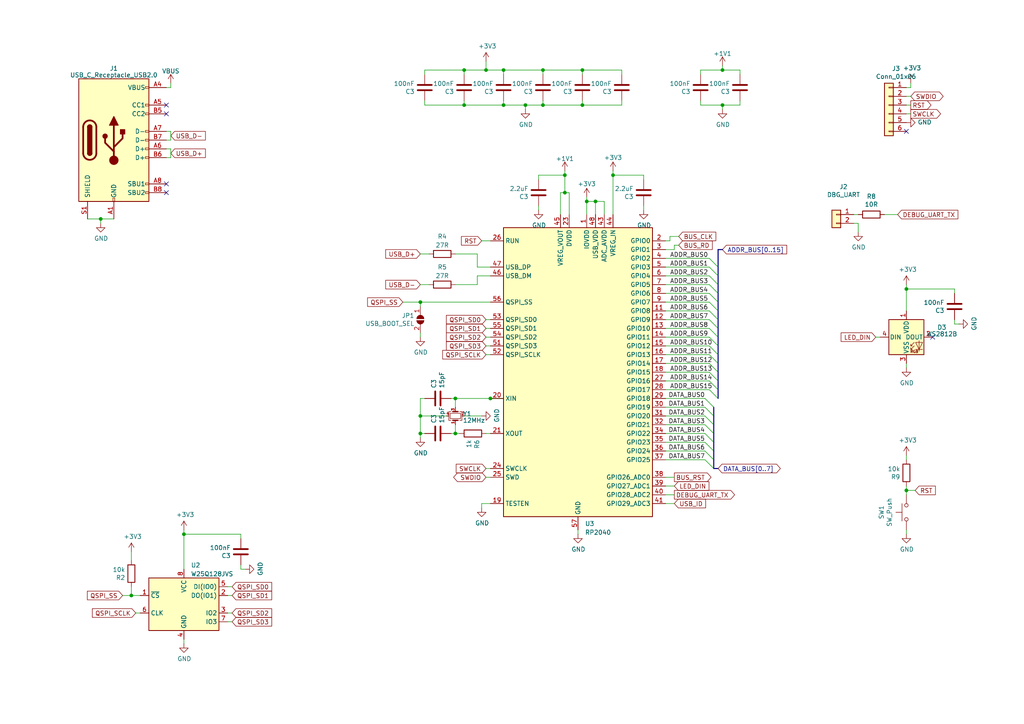
<source format=kicad_sch>
(kicad_sch (version 20230121) (generator eeschema)
  (paper "A4")
  (lib_symbols
    (symbol "Connector:USB_C_Receptacle_USB2.0" (pin_names (offset 1.016))
      (property "Reference" "J" (at -10.16 19.05 0))
      (property "Value" "USB_C_Receptacle_USB2.0" (at 19.05 19.05 0))
      (symbol "USB_C_Receptacle_USB2.0_0_0"
        (rectangle (start -0.254 -17.78) (end 0.254 -16.764))
        (rectangle (start 10.16 -14.986) (end 9.144 -15.494))
        (rectangle (start 10.16 -12.446) (end 9.144 -12.954))
        (rectangle (start 10.16 -4.826) (end 9.144 -5.334))
        (rectangle (start 10.16 -2.286) (end 9.144 -2.794))
        (rectangle (start 10.16 0.254) (end 9.144 -0.254))
        (rectangle (start 10.16 2.794) (end 9.144 2.286))
        (rectangle (start 10.16 7.874) (end 9.144 7.366))
        (rectangle (start 10.16 10.414) (end 9.144 9.906))
        (rectangle (start 10.16 15.494) (end 9.144 14.986))
      )
      (symbol "USB_C_Receptacle_USB2.0_0_1"
        (rectangle (start -10.16 17.78) (end 10.16 -17.78) (stroke (width 0.254)) (fill (type background)))
        (arc (start -8.89 -3.81) (mid -6.985 -5.7067) (end -5.08 -3.81) (stroke (width 0.508)))
        (arc (start -7.62 -3.81) (mid -6.985 -4.4423) (end -6.35 -3.81) (stroke (width 0.254)))
        (arc (start -7.62 -3.81) (mid -6.985 -4.4423) (end -6.35 -3.81) (stroke (width 0.254)) (fill (type outline)))
        (rectangle (start -7.62 -3.81) (end -6.35 3.81) (stroke (width 0.254)) (fill (type outline)))
        (arc (start -6.35 3.81) (mid -6.985 4.4423) (end -7.62 3.81) (stroke (width 0.254)))
        (arc (start -6.35 3.81) (mid -6.985 4.4423) (end -7.62 3.81) (stroke (width 0.254)) (fill (type outline)))
        (arc (start -5.08 3.81) (mid -6.985 5.7067) (end -8.89 3.81) (stroke (width 0.508)))
        (circle (center -2.54 1.143) (radius 0.635) (stroke (width 0.254)) (fill (type outline)))
        (circle (center 0 -5.842) (radius 1.27) (fill (type outline)))
        (polyline (pts (xy -8.89 -3.81) (xy -8.89 3.81)) (stroke (width 0.508)))
        (polyline (pts (xy -5.08 3.81) (xy -5.08 -3.81)) (stroke (width 0.508)))
        (polyline (pts (xy 0 -5.842) (xy 0 4.318)) (stroke (width 0.508)))
        (polyline (pts (xy 0 -3.302) (xy -2.54 -0.762) (xy -2.54 0.508)) (stroke (width 0.508)))
        (polyline (pts (xy 0 -2.032) (xy 2.54 0.508) (xy 2.54 1.778)) (stroke (width 0.508)))
        (polyline (pts (xy -1.27 4.318) (xy 0 6.858) (xy 1.27 4.318) (xy -1.27 4.318)) (stroke (width 0.254)) (fill (type outline)))
        (rectangle (start 1.905 1.778) (end 3.175 3.048) (stroke (width 0.254)) (fill (type outline)))
      )
      (symbol "USB_C_Receptacle_USB2.0_1_1"
        (pin passive line (at 0 -22.86 90) (length 5.08) (name "GND") (number "A1"))
        (pin passive line (at 0 -22.86 90) (length 5.08) hide (name "GND") (number "A12"))
        (pin passive line (at 15.24 15.24 180) (length 5.08) (name "VBUS") (number "A4"))
        (pin bidirectional line (at 15.24 10.16 180) (length 5.08) (name "CC1") (number "A5"))
        (pin bidirectional line (at 15.24 -2.54 180) (length 5.08) (name "D+") (number "A6"))
        (pin bidirectional line (at 15.24 2.54 180) (length 5.08) (name "D-") (number "A7"))
        (pin bidirectional line (at 15.24 -12.7 180) (length 5.08) (name "SBU1") (number "A8"))
        (pin passive line (at 15.24 15.24 180) (length 5.08) hide (name "VBUS") (number "A9"))
        (pin passive line (at 0 -22.86 90) (length 5.08) hide (name "GND") (number "B1"))
        (pin passive line (at 0 -22.86 90) (length 5.08) hide (name "GND") (number "B12"))
        (pin passive line (at 15.24 15.24 180) (length 5.08) hide (name "VBUS") (number "B4"))
        (pin bidirectional line (at 15.24 7.62 180) (length 5.08) (name "CC2") (number "B5"))
        (pin bidirectional line (at 15.24 -5.08 180) (length 5.08) (name "D+") (number "B6"))
        (pin bidirectional line (at 15.24 0 180) (length 5.08) (name "D-") (number "B7"))
        (pin bidirectional line (at 15.24 -15.24 180) (length 5.08) (name "SBU2") (number "B8"))
        (pin passive line (at 15.24 15.24 180) (length 5.08) hide (name "VBUS") (number "B9"))
        (pin passive line (at -7.62 -22.86 90) (length 5.08) (name "SHIELD") (number "S1"))
      )
    )
    (symbol "Connector_Generic:Conn_01x02" (pin_names (offset 1.016) hide)
      (property "Reference" "J" (at 0 2.54 0))
      (property "Value" "Conn_01x02" (at 0 -5.08 0))
      (symbol "Conn_01x02_1_1"
        (rectangle (start -1.27 -2.413) (end 0 -2.667) (stroke (width 0.1524)))
        (rectangle (start -1.27 0.127) (end 0 -0.127) (stroke (width 0.1524)))
        (rectangle (start -1.27 1.27) (end 1.27 -3.81) (stroke (width 0.254)) (fill (type background)))
        (pin passive line (at -5.08 0 0) (length 3.81) (name "Pin_1") (number "1"))
        (pin passive line (at -5.08 -2.54 0) (length 3.81) (name "Pin_2") (number "2"))
      )
    )
    (symbol "Connector_Generic:Conn_01x06" (pin_names (offset 1.016) hide)
      (property "Reference" "J" (at 0 7.62 0))
      (property "Value" "Conn_01x06" (at 0 -10.16 0))
      (symbol "Conn_01x06_1_1"
        (rectangle (start -1.27 -7.493) (end 0 -7.747) (stroke (width 0.1524)))
        (rectangle (start -1.27 -4.953) (end 0 -5.207) (stroke (width 0.1524)))
        (rectangle (start -1.27 -2.413) (end 0 -2.667) (stroke (width 0.1524)))
        (rectangle (start -1.27 0.127) (end 0 -0.127) (stroke (width 0.1524)))
        (rectangle (start -1.27 2.667) (end 0 2.413) (stroke (width 0.1524)))
        (rectangle (start -1.27 5.207) (end 0 4.953) (stroke (width 0.1524)))
        (rectangle (start -1.27 6.35) (end 1.27 -8.89) (stroke (width 0.254)) (fill (type background)))
        (pin passive line (at -5.08 5.08 0) (length 3.81) (name "Pin_1") (number "1"))
        (pin passive line (at -5.08 2.54 0) (length 3.81) (name "Pin_2") (number "2"))
        (pin passive line (at -5.08 0 0) (length 3.81) (name "Pin_3") (number "3"))
        (pin passive line (at -5.08 -2.54 0) (length 3.81) (name "Pin_4") (number "4"))
        (pin passive line (at -5.08 -5.08 0) (length 3.81) (name "Pin_5") (number "5"))
        (pin passive line (at -5.08 -7.62 0) (length 3.81) (name "Pin_6") (number "6"))
      )
    )
    (symbol "Device:C" (pin_numbers hide) (pin_names (offset 0.254))
      (property "Reference" "C" (at 0.635 2.54 0))
      (property "Value" "C" (at 0.635 -2.54 0))
      (symbol "C_0_1"
        (polyline (pts (xy -2.032 -0.762) (xy 2.032 -0.762)) (stroke (width 0.508)))
        (polyline (pts (xy -2.032 0.762) (xy 2.032 0.762)) (stroke (width 0.508)))
      )
      (symbol "C_1_1"
        (pin passive line (at 0 3.81 270) (length 2.794) (name "~") (number "1"))
        (pin passive line (at 0 -3.81 90) (length 2.794) (name "~") (number "2"))
      )
    )
    (symbol "Device:Crystal_GND24_Small" (pin_names (offset 1.016) hide)
      (property "Reference" "Y" (at 1.27 4.445 0))
      (property "Value" "Crystal_GND24_Small" (at 1.27 2.54 0))
      (symbol "Crystal_GND24_Small_0_1"
        (rectangle (start -0.762 -1.524) (end 0.762 1.524))
        (polyline (pts (xy -1.27 -0.762) (xy -1.27 0.762)) (stroke (width 0.381)))
        (polyline (pts (xy 1.27 -0.762) (xy 1.27 0.762)) (stroke (width 0.381)))
        (polyline (pts (xy -1.27 -1.27) (xy -1.27 -1.905) (xy 1.27 -1.905) (xy 1.27 -1.27)))
        (polyline (pts (xy -1.27 1.27) (xy -1.27 1.905) (xy 1.27 1.905) (xy 1.27 1.27)))
      )
      (symbol "Crystal_GND24_Small_1_1"
        (pin passive line (at -2.54 0 0) (length 1.27) (name "1") (number "1"))
        (pin passive line (at 0 -2.54 90) (length 0.635) (name "2") (number "2"))
        (pin passive line (at 2.54 0 180) (length 1.27) (name "3") (number "3"))
        (pin passive line (at 0 2.54 270) (length 0.635) (name "4") (number "4"))
      )
    )
    (symbol "Device:R" (pin_numbers hide) (pin_names (offset 0))
      (property "Reference" "R" (at 2.032 0 90))
      (property "Value" "R" (at 0 0 90))
      (symbol "R_0_1"
        (rectangle (start -1.016 -2.54) (end 1.016 2.54) (stroke (width 0.254)))
      )
      (symbol "R_1_1"
        (pin passive line (at 0 3.81 270) (length 1.27) (name "~") (number "1"))
        (pin passive line (at 0 -3.81 90) (length 1.27) (name "~") (number "2"))
      )
    )
    (symbol "Jumper:SolderJumper_2_Open" (pin_names (offset 0) hide)
      (property "Reference" "JP" (at 0 2.032 0))
      (property "Value" "SolderJumper_2_Open" (at 0 -2.54 0))
      (symbol "SolderJumper_2_Open_0_1"
        (arc (start -0.254 1.016) (mid -1.2656 0) (end -0.254 -1.016))
        (arc (start -0.254 1.016) (mid -1.2656 0) (end -0.254 -1.016) (fill (type outline)))
        (polyline (pts (xy -0.254 1.016) (xy -0.254 -1.016)))
        (polyline (pts (xy 0.254 1.016) (xy 0.254 -1.016)))
        (arc (start 0.254 -1.016) (mid 1.2656 0) (end 0.254 1.016))
        (arc (start 0.254 -1.016) (mid 1.2656 0) (end 0.254 1.016) (fill (type outline)))
      )
      (symbol "SolderJumper_2_Open_1_1"
        (pin passive line (at -3.81 0 0) (length 2.54) (name "A") (number "1"))
        (pin passive line (at 3.81 0 180) (length 2.54) (name "B") (number "2"))
      )
    )
    (symbol "LED:WS2812B" (pin_names (offset 0.254))
      (property "Reference" "D" (at 5.08 5.715 0))
      (property "Value" "WS2812B" (at 1.27 -5.715 0))
      (symbol "WS2812B_0_0"
        (text "RGB" (at 2.286 -4.191 0) (effects (font (size 0.762 0.762))))
      )
      (symbol "WS2812B_0_1"
        (polyline (pts (xy 1.27 -3.556) (xy 1.778 -3.556)))
        (polyline (pts (xy 1.27 -2.54) (xy 1.778 -2.54)))
        (polyline (pts (xy 4.699 -3.556) (xy 2.667 -3.556)))
        (polyline (pts (xy 2.286 -2.54) (xy 1.27 -3.556) (xy 1.27 -3.048)))
        (polyline (pts (xy 2.286 -1.524) (xy 1.27 -2.54) (xy 1.27 -2.032)))
        (polyline (pts (xy 3.683 -1.016) (xy 3.683 -3.556) (xy 3.683 -4.064)))
        (polyline (pts (xy 4.699 -1.524) (xy 2.667 -1.524) (xy 3.683 -3.556) (xy 4.699 -1.524)))
        (rectangle (start 5.08 5.08) (end -5.08 -5.08) (stroke (width 0.254)) (fill (type background)))
      )
      (symbol "WS2812B_1_1"
        (pin power_in line (at 0 7.62 270) (length 2.54) (name "VDD") (number "1"))
        (pin output line (at 7.62 0 180) (length 2.54) (name "DOUT") (number "2"))
        (pin power_in line (at 0 -7.62 90) (length 2.54) (name "VSS") (number "3"))
        (pin input line (at -7.62 0 0) (length 2.54) (name "DIN") (number "4"))
      )
    )
    (symbol "MCU_RaspberryPi:RP2040"
      (property "Reference" "U" (at 17.78 45.72 0))
      (property "Value" "RP2040" (at 17.78 43.18 0))
      (symbol "RP2040_0_1"
        (rectangle (start -21.59 41.91) (end 21.59 -41.91) (stroke (width 0.254)) (fill (type background)))
      )
      (symbol "RP2040_1_1"
        (pin power_in line (at 2.54 45.72 270) (length 3.81) (name "IOVDD") (number "1"))
        (pin passive line (at 2.54 45.72 270) (length 3.81) hide (name "IOVDD") (number "10"))
        (pin bidirectional line (at 25.4 17.78 180) (length 3.81) (name "GPIO8") (number "11"))
        (pin bidirectional line (at 25.4 15.24 180) (length 3.81) (name "GPIO9") (number "12"))
        (pin bidirectional line (at 25.4 12.7 180) (length 3.81) (name "GPIO10") (number "13"))
        (pin bidirectional line (at 25.4 10.16 180) (length 3.81) (name "GPIO11") (number "14"))
        (pin bidirectional line (at 25.4 7.62 180) (length 3.81) (name "GPIO12") (number "15"))
        (pin bidirectional line (at 25.4 5.08 180) (length 3.81) (name "GPIO13") (number "16"))
        (pin bidirectional line (at 25.4 2.54 180) (length 3.81) (name "GPIO14") (number "17"))
        (pin bidirectional line (at 25.4 0 180) (length 3.81) (name "GPIO15") (number "18"))
        (pin input line (at -25.4 -38.1 0) (length 3.81) (name "TESTEN") (number "19"))
        (pin bidirectional line (at 25.4 38.1 180) (length 3.81) (name "GPIO0") (number "2"))
        (pin input line (at -25.4 -7.62 0) (length 3.81) (name "XIN") (number "20"))
        (pin passive line (at -25.4 -17.78 0) (length 3.81) (name "XOUT") (number "21"))
        (pin passive line (at 2.54 45.72 270) (length 3.81) hide (name "IOVDD") (number "22"))
        (pin power_in line (at -2.54 45.72 270) (length 3.81) (name "DVDD") (number "23"))
        (pin output line (at -25.4 -27.94 0) (length 3.81) (name "SWCLK") (number "24"))
        (pin bidirectional line (at -25.4 -30.48 0) (length 3.81) (name "SWD") (number "25"))
        (pin input line (at -25.4 38.1 0) (length 3.81) (name "RUN") (number "26"))
        (pin bidirectional line (at 25.4 -2.54 180) (length 3.81) (name "GPIO16") (number "27"))
        (pin bidirectional line (at 25.4 -5.08 180) (length 3.81) (name "GPIO17") (number "28"))
        (pin bidirectional line (at 25.4 -7.62 180) (length 3.81) (name "GPIO18") (number "29"))
        (pin bidirectional line (at 25.4 35.56 180) (length 3.81) (name "GPIO1") (number "3"))
        (pin bidirectional line (at 25.4 -10.16 180) (length 3.81) (name "GPIO19") (number "30"))
        (pin bidirectional line (at 25.4 -12.7 180) (length 3.81) (name "GPIO20") (number "31"))
        (pin bidirectional line (at 25.4 -15.24 180) (length 3.81) (name "GPIO21") (number "32"))
        (pin passive line (at 2.54 45.72 270) (length 3.81) hide (name "IOVDD") (number "33"))
        (pin bidirectional line (at 25.4 -17.78 180) (length 3.81) (name "GPIO22") (number "34"))
        (pin bidirectional line (at 25.4 -20.32 180) (length 3.81) (name "GPIO23") (number "35"))
        (pin bidirectional line (at 25.4 -22.86 180) (length 3.81) (name "GPIO24") (number "36"))
        (pin bidirectional line (at 25.4 -25.4 180) (length 3.81) (name "GPIO25") (number "37"))
        (pin bidirectional line (at 25.4 -30.48 180) (length 3.81) (name "GPIO26_ADC0") (number "38"))
        (pin bidirectional line (at 25.4 -33.02 180) (length 3.81) (name "GPIO27_ADC1") (number "39"))
        (pin bidirectional line (at 25.4 33.02 180) (length 3.81) (name "GPIO2") (number "4"))
        (pin bidirectional line (at 25.4 -35.56 180) (length 3.81) (name "GPIO28_ADC2") (number "40"))
        (pin bidirectional line (at 25.4 -38.1 180) (length 3.81) (name "GPIO29_ADC3") (number "41"))
        (pin passive line (at 2.54 45.72 270) (length 3.81) hide (name "IOVDD") (number "42"))
        (pin power_in line (at 7.62 45.72 270) (length 3.81) (name "ADC_AVDD") (number "43"))
        (pin power_in line (at 10.16 45.72 270) (length 3.81) (name "VREG_IN") (number "44"))
        (pin power_out line (at -5.08 45.72 270) (length 3.81) (name "VREG_VOUT") (number "45"))
        (pin bidirectional line (at -25.4 27.94 0) (length 3.81) (name "USB_DM") (number "46"))
        (pin bidirectional line (at -25.4 30.48 0) (length 3.81) (name "USB_DP") (number "47"))
        (pin power_in line (at 5.08 45.72 270) (length 3.81) (name "USB_VDD") (number "48"))
        (pin passive line (at 2.54 45.72 270) (length 3.81) hide (name "IOVDD") (number "49"))
        (pin bidirectional line (at 25.4 30.48 180) (length 3.81) (name "GPIO3") (number "5"))
        (pin passive line (at -2.54 45.72 270) (length 3.81) hide (name "DVDD") (number "50"))
        (pin bidirectional line (at -25.4 7.62 0) (length 3.81) (name "QSPI_SD3") (number "51"))
        (pin output line (at -25.4 5.08 0) (length 3.81) (name "QSPI_SCLK") (number "52"))
        (pin bidirectional line (at -25.4 15.24 0) (length 3.81) (name "QSPI_SD0") (number "53"))
        (pin bidirectional line (at -25.4 10.16 0) (length 3.81) (name "QSPI_SD2") (number "54"))
        (pin bidirectional line (at -25.4 12.7 0) (length 3.81) (name "QSPI_SD1") (number "55"))
        (pin bidirectional line (at -25.4 20.32 0) (length 3.81) (name "QSPI_SS") (number "56"))
        (pin power_in line (at 0 -45.72 90) (length 3.81) (name "GND") (number "57"))
        (pin bidirectional line (at 25.4 27.94 180) (length 3.81) (name "GPIO4") (number "6"))
        (pin bidirectional line (at 25.4 25.4 180) (length 3.81) (name "GPIO5") (number "7"))
        (pin bidirectional line (at 25.4 22.86 180) (length 3.81) (name "GPIO6") (number "8"))
        (pin bidirectional line (at 25.4 20.32 180) (length 3.81) (name "GPIO7") (number "9"))
      )
    )
    (symbol "Memory_Flash:W25Q128JVS"
      (property "Reference" "U" (at -8.89 8.89 0))
      (property "Value" "W25Q128JVS" (at 7.62 8.89 0))
      (symbol "W25Q128JVS_0_1"
        (rectangle (start -10.16 7.62) (end 10.16 -7.62) (stroke (width 0.254)) (fill (type background)))
      )
      (symbol "W25Q128JVS_1_1"
        (pin input line (at -12.7 2.54 0) (length 2.54) (name "~{CS}") (number "1"))
        (pin bidirectional line (at 12.7 2.54 180) (length 2.54) (name "DO(IO1)") (number "2"))
        (pin bidirectional line (at 12.7 -2.54 180) (length 2.54) (name "IO2") (number "3"))
        (pin power_in line (at 0 -10.16 90) (length 2.54) (name "GND") (number "4"))
        (pin bidirectional line (at 12.7 5.08 180) (length 2.54) (name "DI(IO0)") (number "5"))
        (pin input line (at -12.7 -2.54 0) (length 2.54) (name "CLK") (number "6"))
        (pin bidirectional line (at 12.7 -5.08 180) (length 2.54) (name "IO3") (number "7"))
        (pin power_in line (at 0 10.16 270) (length 2.54) (name "VCC") (number "8"))
      )
    )
    (symbol "Switch:SW_Push" (pin_numbers hide) (pin_names (offset 1.016) hide)
      (property "Reference" "SW" (at 1.27 2.54 0))
      (property "Value" "SW_Push" (at 0 -1.524 0))
      (symbol "SW_Push_0_1"
        (circle (center -2.032 0) (radius 0.508))
        (polyline (pts (xy 0 1.27) (xy 0 3.048)))
        (polyline (pts (xy 2.54 1.27) (xy -2.54 1.27)))
        (circle (center 2.032 0) (radius 0.508))
        (pin passive line (at -5.08 0 0) (length 2.54) (name "1") (number "1"))
        (pin passive line (at 5.08 0 180) (length 2.54) (name "2") (number "2"))
      )
    )
    (symbol "power:+1V1" (power) (pin_names (offset 0))
      (property "Value" "+1V1" (at 0 3.556 0))
      (symbol "+1V1_0_1"
        (polyline (pts (xy -0.762 1.27) (xy 0 2.54)))
        (polyline (pts (xy 0 0) (xy 0 2.54)))
        (polyline (pts (xy 0 2.54) (xy 0.762 1.27)))
      )
      (symbol "+1V1_1_1"
        (pin power_in line (at 0 0 90) (length 0) hide (name "+1V1") (number "1"))
      )
    )
    (symbol "power:+3V3" (power) (pin_names (offset 0))
      (property "Value" "+3V3" (at 0 3.556 0))
      (symbol "+3V3_0_1"
        (polyline (pts (xy -0.762 1.27) (xy 0 2.54)))
        (polyline (pts (xy 0 0) (xy 0 2.54)))
        (polyline (pts (xy 0 2.54) (xy 0.762 1.27)))
      )
      (symbol "+3V3_1_1"
        (pin power_in line (at 0 0 90) (length 0) hide (name "+3V3") (number "1"))
      )
    )
    (symbol "power:GND" (power) (pin_names (offset 0))
      (property "Value" "GND" (at 0 -3.81 0))
      (symbol "GND_0_1"
        (polyline (pts (xy 0 0) (xy 0 -1.27) (xy 1.27 -1.27) (xy 0 -2.54) (xy -1.27 -1.27) (xy 0 -1.27)))
      )
      (symbol "GND_1_1"
        (pin power_in line (at 0 0 270) (length 0) hide (name "GND") (number "1"))
      )
    )
    (symbol "power:VBUS" (power) (pin_names (offset 0))
      (property "Value" "VBUS" (at 0 3.81 0))
      (symbol "VBUS_0_1"
        (polyline (pts (xy -0.762 1.27) (xy 0 2.54)))
        (polyline (pts (xy 0 0) (xy 0 2.54)))
        (polyline (pts (xy 0 2.54) (xy 0.762 1.27)))
      )
      (symbol "VBUS_1_1"
        (pin power_in line (at 0 0 90) (length 0) hide (name "VBUS") (number "1"))
      )
    )
  )
  (junction (at 163.83 50.8))
  (junction (at 121.92 120.65))
  (junction (at 38.1 172.72))
  (junction (at 53.34 154.94))
  (junction (at 170.18 58.42))
  (junction (at 168.91 30.48))
  (junction (at 121.92 125.73))
  (junction (at 134.62 30.48))
  (junction (at 209.55 30.48))
  (junction (at 163.83 55.88))
  (junction (at 152.4 30.48))
  (junction (at 134.62 20.32))
  (junction (at 157.48 20.32))
  (junction (at 262.89 83.82))
  (junction (at 146.05 30.48))
  (junction (at 168.91 20.32))
  (junction (at 262.89 142.24))
  (junction (at 209.55 20.32))
  (junction (at 172.72 58.42))
  (junction (at 140.97 20.32))
  (junction (at 29.21 63.5))
  (junction (at 142.24 115.57))
  (junction (at 146.05 20.32))
  (junction (at 132.08 115.57))
  (junction (at 177.8 50.8))
  (junction (at 132.08 125.73))
  (junction (at 157.48 30.48))
  (junction (at 121.92 87.63))
  (no_connect (at 48.26 33.02))
  (no_connect (at 270.51 97.79))
  (no_connect (at 262.89 38.1))
  (no_connect (at 48.26 53.34))
  (no_connect (at 48.26 55.88))
  (no_connect (at 48.26 30.48))
  (bus_entry (at 204.47 125.73) (size 2.54 2.54))
  (bus_entry (at 205.74 100.33) (size 2.54 2.54))
  (bus_entry (at 205.74 110.49) (size 2.54 2.54))
  (bus_entry (at 204.47 120.65) (size 2.54 2.54))
  (bus_entry (at 205.74 85.09) (size 2.54 2.54))
  (bus_entry (at 205.74 105.41) (size 2.54 2.54))
  (bus_entry (at 205.74 113.03) (size 2.54 2.54))
  (bus_entry (at 205.74 97.79) (size 2.54 2.54))
  (bus_entry (at 204.47 118.11) (size 2.54 2.54))
  (bus_entry (at 204.47 128.27) (size 2.54 2.54))
  (bus_entry (at 204.47 130.81) (size 2.54 2.54))
  (bus_entry (at 205.74 102.87) (size 2.54 2.54))
  (bus_entry (at 205.74 77.47) (size 2.54 2.54))
  (bus_entry (at 205.74 90.17) (size 2.54 2.54))
  (bus_entry (at 204.47 123.19) (size 2.54 2.54))
  (bus_entry (at 204.47 115.57) (size 2.54 2.54))
  (bus_entry (at 205.74 92.71) (size 2.54 2.54))
  (bus_entry (at 205.74 95.25) (size 2.54 2.54))
  (bus_entry (at 204.47 133.35) (size 2.54 2.54))
  (bus_entry (at 205.74 107.95) (size 2.54 2.54))
  (bus_entry (at 205.74 80.01) (size 2.54 2.54))
  (bus_entry (at 205.74 87.63) (size 2.54 2.54))
  (bus_entry (at 205.74 74.93) (size 2.54 2.54))
  (bus_entry (at 205.74 82.55) (size 2.54 2.54))
  (bus (pts (xy 208.28 102.87) (xy 208.28 105.41)))
  (bus (pts (xy 208.28 110.49) (xy 208.28 113.03)))
  (wire (pts (xy 193.04 87.63) (xy 205.74 87.63)))
  (wire (pts (xy 140.97 20.32) (xy 146.05 20.32)))
  (wire (pts (xy 48.26 45.72) (xy 49.53 45.72)))
  (wire (pts (xy 140.97 17.78) (xy 140.97 20.32)))
  (wire (pts (xy 140.97 135.89) (xy 142.24 135.89)))
  (bus (pts (xy 207.01 133.35) (xy 207.01 135.89)))
  (bus (pts (xy 208.28 72.39) (xy 209.55 72.39)))
  (wire (pts (xy 193.04 100.33) (xy 205.74 100.33)))
  (wire (pts (xy 121.92 87.63) (xy 121.92 88.9)))
  (wire (pts (xy 66.04 180.34) (xy 67.31 180.34)))
  (wire (pts (xy 140.97 138.43) (xy 142.24 138.43)))
  (wire (pts (xy 168.91 30.48) (xy 180.34 30.48)))
  (wire (pts (xy 209.55 30.48) (xy 209.55 31.75)))
  (wire (pts (xy 262.89 132.08) (xy 262.89 133.35)))
  (wire (pts (xy 157.48 20.32) (xy 157.48 21.59)))
  (wire (pts (xy 152.4 30.48) (xy 152.4 31.75)))
  (wire (pts (xy 138.43 73.66) (xy 138.43 77.47)))
  (bus (pts (xy 207.01 123.19) (xy 207.01 125.73)))
  (wire (pts (xy 180.34 29.21) (xy 180.34 30.48)))
  (wire (pts (xy 132.08 125.73) (xy 133.35 125.73)))
  (wire (pts (xy 157.48 20.32) (xy 168.91 20.32)))
  (wire (pts (xy 69.85 154.94) (xy 69.85 156.21)))
  (wire (pts (xy 146.05 29.21) (xy 146.05 30.48)))
  (wire (pts (xy 209.55 19.05) (xy 209.55 20.32)))
  (bus (pts (xy 208.28 95.25) (xy 208.28 97.79)))
  (wire (pts (xy 140.97 125.73) (xy 142.24 125.73)))
  (wire (pts (xy 49.53 25.4) (xy 49.53 24.13)))
  (wire (pts (xy 196.85 68.58) (xy 194.31 68.58)))
  (wire (pts (xy 157.48 29.21) (xy 157.48 30.48)))
  (wire (pts (xy 53.34 153.67) (xy 53.34 154.94)))
  (wire (pts (xy 163.83 55.88) (xy 165.1 55.88)))
  (wire (pts (xy 193.04 92.71) (xy 205.74 92.71)))
  (wire (pts (xy 193.04 118.11) (xy 204.47 118.11)))
  (bus (pts (xy 208.28 77.47) (xy 208.28 80.01)))
  (bus (pts (xy 207.01 118.11) (xy 207.01 120.65)))
  (wire (pts (xy 276.86 93.98) (xy 278.13 93.98)))
  (wire (pts (xy 121.92 120.65) (xy 121.92 115.57)))
  (wire (pts (xy 172.72 58.42) (xy 175.26 58.42)))
  (wire (pts (xy 170.18 58.42) (xy 170.18 57.15)))
  (wire (pts (xy 193.04 80.01) (xy 205.74 80.01)))
  (bus (pts (xy 208.28 135.89) (xy 207.01 135.89)))
  (wire (pts (xy 193.04 97.79) (xy 205.74 97.79)))
  (wire (pts (xy 121.92 96.52) (xy 121.92 97.79)))
  (wire (pts (xy 177.8 50.8) (xy 186.69 50.8)))
  (bus (pts (xy 207.01 125.73) (xy 207.01 128.27)))
  (wire (pts (xy 25.4 63.5) (xy 29.21 63.5)))
  (wire (pts (xy 209.55 20.32) (xy 214.63 20.32)))
  (wire (pts (xy 69.85 165.1) (xy 71.12 165.1)))
  (wire (pts (xy 193.04 82.55) (xy 205.74 82.55)))
  (wire (pts (xy 265.43 142.24) (xy 262.89 142.24)))
  (wire (pts (xy 170.18 58.42) (xy 172.72 58.42)))
  (wire (pts (xy 157.48 30.48) (xy 168.91 30.48)))
  (wire (pts (xy 193.04 90.17) (xy 205.74 90.17)))
  (wire (pts (xy 193.04 107.95) (xy 205.74 107.95)))
  (wire (pts (xy 247.65 64.77) (xy 248.92 64.77)))
  (wire (pts (xy 49.53 38.1) (xy 49.53 40.64)))
  (wire (pts (xy 195.58 71.12) (xy 196.85 71.12)))
  (wire (pts (xy 163.83 50.8) (xy 163.83 55.88)))
  (wire (pts (xy 140.97 102.87) (xy 142.24 102.87)))
  (wire (pts (xy 168.91 29.21) (xy 168.91 30.48)))
  (wire (pts (xy 168.91 20.32) (xy 180.34 20.32)))
  (wire (pts (xy 53.34 185.42) (xy 53.34 186.69)))
  (wire (pts (xy 38.1 170.18) (xy 38.1 172.72)))
  (wire (pts (xy 167.64 153.67) (xy 167.64 154.94)))
  (wire (pts (xy 38.1 160.02) (xy 38.1 162.56)))
  (wire (pts (xy 132.08 115.57) (xy 132.08 118.11)))
  (wire (pts (xy 38.1 172.72) (xy 40.64 172.72)))
  (wire (pts (xy 53.34 154.94) (xy 69.85 154.94)))
  (wire (pts (xy 170.18 62.23) (xy 170.18 58.42)))
  (wire (pts (xy 203.2 30.48) (xy 209.55 30.48)))
  (wire (pts (xy 132.08 82.55) (xy 138.43 82.55)))
  (wire (pts (xy 39.37 177.8) (xy 40.64 177.8)))
  (wire (pts (xy 256.54 62.23) (xy 260.35 62.23)))
  (wire (pts (xy 48.26 25.4) (xy 49.53 25.4)))
  (wire (pts (xy 121.92 125.73) (xy 121.92 120.65)))
  (wire (pts (xy 193.04 72.39) (xy 195.58 72.39)))
  (wire (pts (xy 134.62 20.32) (xy 134.62 21.59)))
  (wire (pts (xy 186.69 59.69) (xy 186.69 60.96)))
  (wire (pts (xy 163.83 49.53) (xy 163.83 50.8)))
  (wire (pts (xy 121.92 120.65) (xy 129.54 120.65)))
  (wire (pts (xy 132.08 73.66) (xy 138.43 73.66)))
  (wire (pts (xy 262.89 140.97) (xy 262.89 142.24)))
  (wire (pts (xy 123.19 20.32) (xy 134.62 20.32)))
  (wire (pts (xy 177.8 49.53) (xy 177.8 50.8)))
  (wire (pts (xy 142.24 146.05) (xy 139.7 146.05)))
  (wire (pts (xy 254 97.79) (xy 255.27 97.79)))
  (wire (pts (xy 203.2 29.21) (xy 203.2 30.48)))
  (wire (pts (xy 146.05 20.32) (xy 146.05 21.59)))
  (wire (pts (xy 140.97 97.79) (xy 142.24 97.79)))
  (bus (pts (xy 208.28 72.39) (xy 208.28 77.47)))
  (wire (pts (xy 130.81 115.57) (xy 132.08 115.57)))
  (wire (pts (xy 276.86 92.71) (xy 276.86 93.98)))
  (bus (pts (xy 208.28 107.95) (xy 208.28 110.49)))
  (bus (pts (xy 208.28 97.79) (xy 208.28 100.33)))
  (wire (pts (xy 195.58 72.39) (xy 195.58 71.12)))
  (wire (pts (xy 248.92 67.31) (xy 248.92 64.77)))
  (wire (pts (xy 134.62 29.21) (xy 134.62 30.48)))
  (wire (pts (xy 264.16 25.4) (xy 264.16 24.13)))
  (wire (pts (xy 165.1 55.88) (xy 165.1 62.23)))
  (wire (pts (xy 140.97 100.33) (xy 142.24 100.33)))
  (wire (pts (xy 152.4 30.48) (xy 157.48 30.48)))
  (wire (pts (xy 139.7 146.05) (xy 139.7 147.32)))
  (wire (pts (xy 69.85 163.83) (xy 69.85 165.1)))
  (wire (pts (xy 66.04 170.18) (xy 67.31 170.18)))
  (bus (pts (xy 208.28 92.71) (xy 208.28 95.25)))
  (wire (pts (xy 193.04 110.49) (xy 205.74 110.49)))
  (wire (pts (xy 262.89 105.41) (xy 262.89 106.68)))
  (wire (pts (xy 247.65 62.23) (xy 248.92 62.23)))
  (bus (pts (xy 208.28 82.55) (xy 208.28 85.09)))
  (wire (pts (xy 134.62 20.32) (xy 140.97 20.32)))
  (wire (pts (xy 262.89 142.24) (xy 262.89 143.51)))
  (wire (pts (xy 193.04 115.57) (xy 204.47 115.57)))
  (wire (pts (xy 146.05 30.48) (xy 134.62 30.48)))
  (wire (pts (xy 214.63 20.32) (xy 214.63 21.59)))
  (wire (pts (xy 262.89 33.02) (xy 264.16 33.02)))
  (wire (pts (xy 203.2 21.59) (xy 203.2 20.32)))
  (wire (pts (xy 121.92 87.63) (xy 142.24 87.63)))
  (bus (pts (xy 208.28 100.33) (xy 208.28 102.87)))
  (wire (pts (xy 194.31 68.58) (xy 194.31 69.85)))
  (bus (pts (xy 208.28 87.63) (xy 208.28 90.17)))
  (wire (pts (xy 121.92 127) (xy 121.92 125.73)))
  (wire (pts (xy 262.89 83.82) (xy 262.89 90.17)))
  (bus (pts (xy 207.01 130.81) (xy 207.01 133.35)))
  (bus (pts (xy 208.28 105.41) (xy 208.28 107.95)))
  (wire (pts (xy 138.43 77.47) (xy 142.24 77.47)))
  (wire (pts (xy 193.04 77.47) (xy 205.74 77.47)))
  (wire (pts (xy 53.34 154.94) (xy 53.34 165.1)))
  (wire (pts (xy 48.26 38.1) (xy 49.53 38.1)))
  (wire (pts (xy 193.04 85.09) (xy 205.74 85.09)))
  (wire (pts (xy 262.89 153.67) (xy 262.89 154.94)))
  (wire (pts (xy 123.19 21.59) (xy 123.19 20.32)))
  (wire (pts (xy 262.89 27.94) (xy 264.16 27.94)))
  (wire (pts (xy 130.81 125.73) (xy 132.08 125.73)))
  (wire (pts (xy 146.05 115.57) (xy 142.24 115.57)))
  (wire (pts (xy 29.21 63.5) (xy 29.21 64.77)))
  (wire (pts (xy 214.63 30.48) (xy 214.63 29.21)))
  (wire (pts (xy 121.92 73.66) (xy 124.46 73.66)))
  (wire (pts (xy 146.05 20.32) (xy 157.48 20.32)))
  (wire (pts (xy 193.04 120.65) (xy 204.47 120.65)))
  (wire (pts (xy 48.26 43.18) (xy 49.53 43.18)))
  (wire (pts (xy 134.62 120.65) (xy 139.7 120.65)))
  (wire (pts (xy 142.24 80.01) (xy 138.43 80.01)))
  (wire (pts (xy 193.04 146.05) (xy 195.58 146.05)))
  (wire (pts (xy 262.89 25.4) (xy 264.16 25.4)))
  (wire (pts (xy 140.97 92.71) (xy 142.24 92.71)))
  (wire (pts (xy 193.04 138.43) (xy 195.58 138.43)))
  (wire (pts (xy 29.21 63.5) (xy 33.02 63.5)))
  (wire (pts (xy 193.04 125.73) (xy 204.47 125.73)))
  (wire (pts (xy 162.56 55.88) (xy 163.83 55.88)))
  (wire (pts (xy 193.04 74.93) (xy 205.74 74.93)))
  (wire (pts (xy 193.04 95.25) (xy 205.74 95.25)))
  (wire (pts (xy 121.92 125.73) (xy 123.19 125.73)))
  (wire (pts (xy 140.97 95.25) (xy 142.24 95.25)))
  (wire (pts (xy 203.2 20.32) (xy 209.55 20.32)))
  (wire (pts (xy 193.04 133.35) (xy 204.47 133.35)))
  (wire (pts (xy 194.31 69.85) (xy 193.04 69.85)))
  (wire (pts (xy 172.72 58.42) (xy 172.72 62.23)))
  (wire (pts (xy 146.05 30.48) (xy 152.4 30.48)))
  (wire (pts (xy 276.86 83.82) (xy 276.86 85.09)))
  (wire (pts (xy 35.56 172.72) (xy 38.1 172.72)))
  (bus (pts (xy 207.01 128.27) (xy 207.01 130.81)))
  (bus (pts (xy 208.28 90.17) (xy 208.28 92.71)))
  (wire (pts (xy 66.04 177.8) (xy 67.31 177.8)))
  (wire (pts (xy 193.04 143.51) (xy 195.58 143.51)))
  (bus (pts (xy 208.28 80.01) (xy 208.28 82.55)))
  (wire (pts (xy 132.08 115.57) (xy 142.24 115.57)))
  (wire (pts (xy 162.56 55.88) (xy 162.56 62.23)))
  (wire (pts (xy 209.55 30.48) (xy 214.63 30.48)))
  (wire (pts (xy 156.21 52.07) (xy 156.21 50.8)))
  (wire (pts (xy 193.04 102.87) (xy 205.74 102.87)))
  (wire (pts (xy 138.43 80.01) (xy 138.43 82.55)))
  (bus (pts (xy 208.28 113.03) (xy 208.28 115.57)))
  (wire (pts (xy 193.04 123.19) (xy 204.47 123.19)))
  (wire (pts (xy 193.04 140.97) (xy 195.58 140.97)))
  (wire (pts (xy 262.89 82.55) (xy 262.89 83.82)))
  (wire (pts (xy 48.26 40.64) (xy 49.53 40.64)))
  (wire (pts (xy 139.7 69.85) (xy 142.24 69.85)))
  (wire (pts (xy 66.04 172.72) (xy 67.31 172.72)))
  (wire (pts (xy 180.34 20.32) (xy 180.34 21.59)))
  (wire (pts (xy 116.84 87.63) (xy 121.92 87.63)))
  (wire (pts (xy 175.26 58.42) (xy 175.26 62.23)))
  (wire (pts (xy 156.21 59.69) (xy 156.21 60.96)))
  (wire (pts (xy 123.19 30.48) (xy 123.19 29.21)))
  (bus (pts (xy 208.28 85.09) (xy 208.28 87.63)))
  (wire (pts (xy 186.69 52.07) (xy 186.69 50.8)))
  (wire (pts (xy 121.92 82.55) (xy 124.46 82.55)))
  (wire (pts (xy 134.62 30.48) (xy 123.19 30.48)))
  (wire (pts (xy 193.04 130.81) (xy 204.47 130.81)))
  (wire (pts (xy 262.89 83.82) (xy 276.86 83.82)))
  (wire (pts (xy 121.92 115.57) (xy 123.19 115.57)))
  (wire (pts (xy 156.21 50.8) (xy 163.83 50.8)))
  (wire (pts (xy 132.08 123.19) (xy 132.08 125.73)))
  (wire (pts (xy 262.89 30.48) (xy 264.16 30.48)))
  (wire (pts (xy 193.04 105.41) (xy 205.74 105.41)))
  (wire (pts (xy 168.91 20.32) (xy 168.91 21.59)))
  (wire (pts (xy 193.04 113.03) (xy 205.74 113.03)))
  (bus (pts (xy 207.01 120.65) (xy 207.01 123.19)))
  (wire (pts (xy 193.04 128.27) (xy 204.47 128.27)))
  (wire (pts (xy 177.8 50.8) (xy 177.8 62.23)))
  (wire (pts (xy 49.53 43.18) (xy 49.53 45.72)))
  (label "ADDR_BUS0" (at 194.31 74.93 0))
  (label "DATA_BUS5" (at 204.47 128.27 180))
  (label "ADDR_BUS1" (at 194.31 77.47 0))
  (label "DATA_BUS2" (at 204.47 120.65 180))
  (label "DATA_BUS0" (at 204.47 115.57 180))
  (label "ADDR_BUS6" (at 194.31 90.17 0))
  (label "ADDR_BUS2" (at 194.31 80.01 0))
  (label "DATA_BUS4" (at 204.47 125.73 180))
  (label "ADDR_BUS4" (at 194.31 85.09 0))
  (label "ADDR_BUS13" (at 194.31 107.95 0))
  (label "ADDR_BUS15" (at 194.31 113.03 0))
  (label "ADDR_BUS9" (at 194.31 97.79 0))
  (label "ADDR_BUS14" (at 194.31 110.49 0))
  (label "ADDR_BUS3" (at 194.31 82.55 0))
  (label "ADDR_BUS7" (at 194.31 92.71 0))
  (label "DATA_BUS6" (at 204.47 130.81 180))
  (label "DATA_BUS7" (at 204.47 133.35 180))
  (label "DATA_BUS3" (at 204.47 123.19 180))
  (label "ADDR_BUS5" (at 194.31 87.63 0))
  (label "ADDR_BUS12" (at 194.31 105.41 0))
  (label "ADDR_BUS11" (at 194.31 102.87 0))
  (label "ADDR_BUS8" (at 194.31 95.25 0))
  (label "ADDR_BUS10" (at 194.31 100.33 0))
  (label "DATA_BUS1" (at 204.47 118.11 180))
  (global_label "QSPI_SCLK" (shape input) (at 39.37 177.8 180) (property "Intersheetrefs" "${INTERSHEET_REFS}" (effects hide)))
  (global_label "QSPI_SD1" (shape input) (at 67.31 172.72 0) (property "Intersheetrefs" "${INTERSHEET_REFS}" (effects hide)))
  (global_label "QSPI_SD0" (shape input) (at 67.31 170.18 0) (property "Intersheetrefs" "${INTERSHEET_REFS}" (effects hide)))
  (global_label "ADDR_BUS[0..15]" (shape input) (at 209.55 72.39 0) (property "Intersheetrefs" "${INTERSHEET_REFS}" (effects hide)))
  (global_label "DATA_BUS[0..7]" (shape bidirectional) (at 208.28 135.89 0) (property "Intersheetrefs" "${INTERSHEET_REFS}" (effects hide)))
  (global_label "DEBUG_UART_TX" (shape input) (at 260.35 62.23 0) (property "Intersheetrefs" "${INTERSHEET_REFS}" (effects hide)))
  (global_label "BUS_RD" (shape input) (at 196.85 71.12 0) (property "Intersheetrefs" "${INTERSHEET_REFS}" (effects hide)))
  (global_label "QSPI_SS" (shape input) (at 35.56 172.72 180) (property "Intersheetrefs" "${INTERSHEET_REFS}" (effects hide)))
  (global_label "SWCLK" (shape input) (at 140.97 135.89 180) (property "Intersheetrefs" "${INTERSHEET_REFS}" (effects hide)))
  (global_label "RST" (shape input) (at 139.7 69.85 180) (property "Intersheetrefs" "${INTERSHEET_REFS}" (effects hide)))
  (global_label "LED_DIN" (shape input) (at 254 97.79 180) (property "Intersheetrefs" "${INTERSHEET_REFS}" (effects hide)))
  (global_label "USB_D-" (shape input) (at 49.53 39.37 0) (property "Intersheetrefs" "${INTERSHEET_REFS}" (effects hide)))
  (global_label "QSPI_SCLK" (shape input) (at 140.97 102.87 180) (property "Intersheetrefs" "${INTERSHEET_REFS}" (effects hide)))
  (global_label "SWCLK" (shape output) (at 264.16 33.02 0) (property "Intersheetrefs" "${INTERSHEET_REFS}" (effects hide)))
  (global_label "QSPI_SD0" (shape input) (at 140.97 92.71 180) (property "Intersheetrefs" "${INTERSHEET_REFS}" (effects hide)))
  (global_label "USB_D+" (shape input) (at 49.53 44.45 0) (property "Intersheetrefs" "${INTERSHEET_REFS}" (effects hide)))
  (global_label "RST" (shape output) (at 264.16 30.48 0) (property "Intersheetrefs" "${INTERSHEET_REFS}" (effects hide)))
  (global_label "QSPI_SD3" (shape input) (at 140.97 100.33 180) (property "Intersheetrefs" "${INTERSHEET_REFS}" (effects hide)))
  (global_label "QSPI_SD2" (shape input) (at 140.97 97.79 180) (property "Intersheetrefs" "${INTERSHEET_REFS}" (effects hide)))
  (global_label "USB_D-" (shape input) (at 121.92 82.55 180) (property "Intersheetrefs" "${INTERSHEET_REFS}" (effects hide)))
  (global_label "USB_D+" (shape input) (at 121.92 73.66 180) (property "Intersheetrefs" "${INTERSHEET_REFS}" (effects hide)))
  (global_label "RST" (shape input) (at 265.43 142.24 0) (property "Intersheetrefs" "${INTERSHEET_REFS}" (effects hide)))
  (global_label "USB_ID" (shape input) (at 195.58 146.05 0) (property "Intersheetrefs" "${INTERSHEET_REFS}" (effects hide)))
  (global_label "SWDIO" (shape bidirectional) (at 264.16 27.94 0) (property "Intersheetrefs" "${INTERSHEET_REFS}" (effects hide)))
  (global_label "QSPI_SD2" (shape input) (at 67.31 177.8 0) (property "Intersheetrefs" "${INTERSHEET_REFS}" (effects hide)))
  (global_label "DEBUG_UART_TX" (shape output) (at 195.58 143.51 0) (property "Intersheetrefs" "${INTERSHEET_REFS}" (effects hide)))
  (global_label "BUS_RST" (shape output) (at 195.58 138.43 0) (property "Intersheetrefs" "${INTERSHEET_REFS}" (effects hide)))
  (global_label "QSPI_SD1" (shape input) (at 140.97 95.25 180) (property "Intersheetrefs" "${INTERSHEET_REFS}" (effects hide)))
  (global_label "QSPI_SD3" (shape input) (at 67.31 180.34 0) (property "Intersheetrefs" "${INTERSHEET_REFS}" (effects hide)))
  (global_label "LED_DIN" (shape input) (at 195.58 140.97 0) (property "Intersheetrefs" "${INTERSHEET_REFS}" (effects hide)))
  (global_label "SWDIO" (shape bidirectional) (at 140.97 138.43 180) (property "Intersheetrefs" "${INTERSHEET_REFS}" (effects hide)))
  (global_label "QSPI_SS" (shape input) (at 116.84 87.63 180) (property "Intersheetrefs" "${INTERSHEET_REFS}" (effects hide)))
  (global_label "BUS_CLK" (shape input) (at 196.85 68.58 0) (property "Intersheetrefs" "${INTERSHEET_REFS}" (effects hide)))
  (symbol (lib_id "LED:WS2812B") (at 262.89 97.79 0) (unit 1)
    (property "Reference" "D3" (at 273.1879 94.9579 0))
    (property "Value" "WS2812B" (at 273.1879 96.8789 0))
    (property "Footprint" "LED_SMD:LED_SK6812MINI_PLCC4_3.5x3.5mm_P1.75mm" (effects hide))
    (property "Datasheet" "https://cdn-shop.adafruit.com/datasheets/WS2812B.pdf" (effects hide))
  )
  (symbol (lib_id "Device:C") (at 134.62 25.4 180) (unit 1)
    (property "Reference" "C3" (at 131.699 26.5684 0) (effects (justify left)))
    (property "Value" "100nF" (at 131.699 24.257 0) (effects (justify left)))
    (property "Footprint" "Capacitor_SMD:C_0402_1005Metric_Pad0.74x0.62mm_HandSolder" (effects hide))
    (instances (project "GameboyCartridgeV1.0" (path "" (reference "C3") (unit 1)) (path "" (reference "C6") (unit 1))))
  )
  (symbol (lib_id "Connector:USB_C_Receptacle_USB2.0") (at 33.02 40.64 0) (unit 1)
    (property "Reference" "J1" (at 33.02 19.8501 0))
    (property "Value" "USB_C_Receptacle_USB2.0" (at 33.02 21.7711 0))
    (property "Footprint" "Connector_USB:USB_C_Receptacle_GCT_USB4105-xx-A_16P_TopMnt_Horizontal" (effects hide))
    (property "Datasheet" "https://www.usb.org/sites/default/files/documents/usb_type-c.zip" (effects hide))
  )
  (symbol (lib_id "power:GND") (at 156.21 60.96 0) (unit 1)
    (property "Reference" "#PWR065" (effects hide))
    (property "Value" "GND" (at 156.337 65.3542 0))
  )
  (symbol (lib_id "power:GND") (at 278.13 93.98 90) (unit 1)
    (property "Reference" "#PWR062" (effects hide))
    (property "Value" "GND" (at 282.5242 93.853 0))
  )
  (symbol (lib_id "power:+3V3") (at 264.16 24.13 0) (unit 1)
    (property "Reference" "#PWR025" (effects hide))
    (property "Value" "+3V3" (at 264.541 19.7358 0))
  )
  (symbol (lib_id "power:+3V3") (at 170.18 57.15 0) (unit 1)
    (property "Reference" "#PWR017" (effects hide))
    (property "Value" "+3V3" (at 170.18 53.34 0))
  )
  (symbol (lib_id "Switch:SW_Push") (at 262.89 148.59 90) (mirror x) (unit 1)
    (property "Reference" "SW1" (at 255.651 148.59 0))
    (property "Value" "SW_Push" (at 257.9624 148.59 0))
    (property "Footprint" "Button_Switch_SMD:SW_SPST_PTS810" (effects hide))
  )
  (symbol (lib_id "Device:C") (at 123.19 25.4 180) (unit 1)
    (property "Reference" "C3" (at 120.269 26.5684 0) (effects (justify left)))
    (property "Value" "100nF" (at 120.269 24.257 0) (effects (justify left)))
    (property "Footprint" "Capacitor_SMD:C_0402_1005Metric_Pad0.74x0.62mm_HandSolder" (effects hide))
    (instances (project "GameboyCartridgeV1.0" (path "" (reference "C3") (unit 1)) (path "" (reference "C5") (unit 1))))
  )
  (symbol (lib_id "power:+1V1") (at 209.55 19.05 0) (unit 1)
    (property "Reference" "#PWR019" (effects hide))
    (property "Value" "+1V1" (at 209.55 15.5481 0))
  )
  (symbol (lib_id "Device:R") (at 252.73 62.23 270) (unit 1)
    (property "Reference" "R8" (at 252.73 56.9722 90))
    (property "Value" "10R" (at 252.73 59.2836 90))
    (property "Footprint" "Resistor_SMD:R_0603_1608Metric_Pad0.98x0.95mm_HandSolder" (effects hide))
  )
  (symbol (lib_id "power:GND") (at 186.69 60.96 0) (unit 1)
    (property "Reference" "#PWR067" (effects hide))
    (property "Value" "GND" (at 186.817 65.3542 0))
  )
  (symbol (lib_id "power:GND") (at 262.89 154.94 0) (unit 1)
    (property "Reference" "#PWR024" (effects hide))
    (property "Value" "GND" (at 263.017 159.3342 0))
  )
  (symbol (lib_id "MCU_RaspberryPi:RP2040") (at 167.64 107.95 0) (unit 1)
    (property "Reference" "U3" (at 169.6594 151.8904 0) (effects (justify left)))
    (property "Value" "RP2040" (at 169.6594 154.4273 0) (effects (justify left)))
    (property "Footprint" "Package_DFN_QFN:QFN-56-1EP_7x7mm_P0.4mm_EP3.2x3.2mm" (effects hide))
    (property "Datasheet" "https://datasheets.raspberrypi.com/rp2040/rp2040-datasheet.pdf" (effects hide))
  )
  (symbol (lib_id "Connector_Generic:Conn_01x06") (at 257.81 30.48 0) (mirror y) (unit 1)
    (property "Reference" "J3" (at 259.8928 19.8882 0))
    (property "Value" "Conn_01x06" (at 259.8928 22.1996 0))
    (property "Footprint" "Connector:Tag-Connect_TC2030-IDC-FP_2x03_P1.27mm_Vertical" (effects hide))
  )
  (symbol (lib_id "power:VBUS") (at 49.53 24.13 0) (unit 1)
    (property "Reference" "#PWR014" (effects hide))
    (property "Value" "VBUS" (at 49.53 20.6281 0))
    (instances (project "GameboyCartridgeV1.0" (path "" (reference "#PWR014") (unit 1)) (path "" (reference "#PWR04") (unit 1))))
  )
  (symbol (lib_id "Device:C") (at 146.05 25.4 180) (unit 1)
    (property "Reference" "C3" (at 143.129 26.5684 0) (effects (justify left)))
    (property "Value" "100nF" (at 143.129 24.257 0) (effects (justify left)))
    (property "Footprint" "Capacitor_SMD:C_0402_1005Metric_Pad0.74x0.62mm_HandSolder" (effects hide))
    (instances (project "GameboyCartridgeV1.0" (path "" (reference "C3") (unit 1)) (path "" (reference "C7") (unit 1))))
  )
  (symbol (lib_id "power:GND") (at 152.4 31.75 0) (unit 1)
    (property "Reference" "#PWR018" (effects hide))
    (property "Value" "GND" (at 152.527 36.1442 0))
  )
  (symbol (lib_id "power:GND") (at 29.21 64.77 0) (unit 1)
    (property "Reference" "#PWR01" (effects hide))
    (property "Value" "GND" (at 29.337 69.1642 0))
  )
  (symbol (lib_id "Device:C") (at 127 125.73 90) (unit 1)
    (property "Reference" "C3" (at 125.8316 122.809 0) (effects (justify left)))
    (property "Value" "15pF" (at 128.143 122.809 0) (effects (justify left)))
    (property "Footprint" "Capacitor_SMD:C_0603_1608Metric_Pad1.08x0.95mm_HandSolder" (effects hide))
    (instances (project "GameboyCartridgeV1.0" (path "" (reference "C3") (unit 1)) (path "" (reference "C4") (unit 1))))
  )
  (symbol (lib_id "power:+3V3") (at 177.8 49.53 0) (unit 1)
    (property "Reference" "#PWR066" (effects hide))
    (property "Value" "+3V3" (at 177.8 45.72 0))
  )
  (symbol (lib_id "power:GND") (at 262.89 106.68 0) (unit 1)
    (property "Reference" "#PWR061" (effects hide))
    (property "Value" "GND" (at 263.017 111.0742 0))
  )
  (symbol (lib_id "Device:C") (at 214.63 25.4 180) (unit 1)
    (property "Reference" "C3" (at 211.709 26.5684 0) (effects (justify left)))
    (property "Value" "100nF" (at 211.709 24.257 0) (effects (justify left)))
    (property "Footprint" "Capacitor_SMD:C_0402_1005Metric_Pad0.74x0.62mm_HandSolder" (effects hide))
    (instances (project "GameboyCartridgeV1.0" (path "" (reference "C3") (unit 1)) (path "" (reference "C12") (unit 1))))
  )
  (symbol (lib_id "power:GND") (at 262.89 35.56 90) (unit 1)
    (property "Reference" "#PWR022" (effects hide))
    (property "Value" "GND" (at 266.1412 35.433 90) (effects (justify right)))
  )
  (symbol (lib_id "power:GND") (at 209.55 31.75 0) (unit 1)
    (property "Reference" "#PWR020" (effects hide))
    (property "Value" "GND" (at 209.677 36.1442 0))
  )
  (symbol (lib_id "power:GND") (at 71.12 165.1 90) (unit 1)
    (property "Reference" "#PWR09" (effects hide))
    (property "Value" "GND" (at 75.5142 164.973 0))
  )
  (symbol (lib_id "Device:R") (at 137.16 125.73 270) (unit 1)
    (property "Reference" "R6" (at 138.3284 127.508 0) (effects (justify left)))
    (property "Value" "1k" (at 136.017 127.508 0) (effects (justify left)))
    (property "Footprint" "Resistor_SMD:R_0603_1608Metric_Pad0.98x0.95mm_HandSolder" (effects hide))
  )
  (symbol (lib_id "power:+1V1") (at 163.83 49.53 0) (unit 1)
    (property "Reference" "#PWR015" (effects hide))
    (property "Value" "+1V1" (at 163.83 46.0281 0))
  )
  (symbol (lib_id "power:+3V3") (at 140.97 17.78 0) (unit 1)
    (property "Reference" "#PWR014" (effects hide))
    (property "Value" "+3V3" (at 141.351 13.3858 0))
  )
  (symbol (lib_id "Memory_Flash:W25Q128JVS") (at 53.34 175.26 0) (unit 1)
    (property "Reference" "U2" (at 55.3594 163.9402 0) (effects (justify left)))
    (property "Value" "W25Q128JVS" (at 55.3594 166.4771 0) (effects (justify left)))
    (property "Footprint" "Package_SO:SOIC-8_5.23x5.23mm_P1.27mm" (effects hide))
    (property "Datasheet" "http://www.winbond.com/resource-files/w25q128jv_dtr%20revc%2003272018%20plus.pdf" (effects hide))
  )
  (symbol (lib_id "power:GND") (at 167.64 154.94 0) (unit 1)
    (property "Reference" "#PWR016" (effects hide))
    (property "Value" "GND" (at 167.767 159.3342 0))
  )
  (symbol (lib_id "power:GND") (at 121.92 127 0) (unit 1)
    (property "Reference" "#PWR011" (effects hide))
    (property "Value" "GND" (at 122.047 131.3942 0))
  )
  (symbol (lib_id "Connector_Generic:Conn_01x02") (at 242.57 62.23 0) (mirror y) (unit 1)
    (property "Reference" "J2" (at 244.6528 54.1782 0))
    (property "Value" "DBG_UART" (at 244.6528 56.4896 0))
    (property "Footprint" "Connector_PinHeader_2.54mm:PinHeader_1x02_P2.54mm_Horizontal" (effects hide))
  )
  (symbol (lib_id "Device:C") (at 157.48 25.4 180) (unit 1)
    (property "Reference" "C3" (at 154.559 26.5684 0) (effects (justify left)))
    (property "Value" "100nF" (at 154.559 24.257 0) (effects (justify left)))
    (property "Footprint" "Capacitor_SMD:C_0402_1005Metric_Pad0.74x0.62mm_HandSolder" (effects hide))
    (instances (project "GameboyCartridgeV1.0" (path "" (reference "C3") (unit 1)) (path "" (reference "C8") (unit 1))))
  )
  (symbol (lib_id "Device:C") (at 127 115.57 90) (unit 1)
    (property "Reference" "C3" (at 125.8316 112.649 0) (effects (justify left)))
    (property "Value" "15pF" (at 128.143 112.649 0) (effects (justify left)))
    (property "Footprint" "Capacitor_SMD:C_0603_1608Metric_Pad1.08x0.95mm_HandSolder" (effects hide))
  )
  (symbol (lib_id "power:GND") (at 139.7 120.65 90) (unit 1)
    (property "Reference" "#PWR012" (effects hide))
    (property "Value" "GND" (at 144.0942 120.523 0))
  )
  (symbol (lib_id "power:GND") (at 139.7 147.32 0) (unit 1)
    (property "Reference" "#PWR013" (effects hide))
    (property "Value" "GND" (at 139.827 151.7142 0))
  )
  (symbol (lib_id "Device:C") (at 168.91 25.4 180) (unit 1)
    (property "Reference" "C3" (at 165.989 26.5684 0) (effects (justify left)))
    (property "Value" "100nF" (at 165.989 24.257 0) (effects (justify left)))
    (property "Footprint" "Capacitor_SMD:C_0402_1005Metric_Pad0.74x0.62mm_HandSolder" (effects hide))
    (instances (project "GameboyCartridgeV1.0" (path "" (reference "C3") (unit 1)) (path "" (reference "C9") (unit 1))))
  )
  (symbol (lib_id "power:+3V3") (at 262.89 82.55 0) (unit 1)
    (property "Reference" "#PWR064" (effects hide))
    (property "Value" "+3V3" (at 263.271 78.1558 0))
  )
  (symbol (lib_id "Device:R") (at 128.27 82.55 270) (unit 1)
    (property "Reference" "R5" (at 128.27 77.47 90))
    (property "Value" "27R" (at 128.27 80.01 90))
    (property "Footprint" "Resistor_SMD:R_0603_1608Metric_Pad0.98x0.95mm_HandSolder" (effects hide))
  )
  (symbol (lib_id "power:+3V3") (at 53.34 153.67 0) (unit 1)
    (property "Reference" "#PWR07" (effects hide))
    (property "Value" "+3V3" (at 53.721 149.2758 0))
  )
  (symbol (lib_id "Device:C") (at 69.85 160.02 180) (unit 1)
    (property "Reference" "C3" (at 66.929 161.1884 0) (effects (justify left)))
    (property "Value" "100nF" (at 66.929 158.877 0) (effects (justify left)))
    (property "Footprint" "Capacitor_SMD:C_0603_1608Metric_Pad1.08x0.95mm_HandSolder" (effects hide))
    (instances (project "GameboyCartridgeV1.0" (path "" (reference "C3") (unit 1)) (path "" (reference "C2") (unit 1))))
  )
  (symbol (lib_id "Device:C") (at 156.21 55.88 180) (unit 1)
    (property "Reference" "C3" (at 153.289 57.0484 0) (effects (justify left)))
    (property "Value" "2.2uF" (at 153.289 54.737 0) (effects (justify left)))
    (property "Footprint" "Capacitor_SMD:C_0603_1608Metric_Pad1.08x0.95mm_HandSolder" (effects hide))
    (instances (project "GameboyCartridgeV1.0" (path "" (reference "C3") (unit 1)) (path "" (reference "C25") (unit 1))))
  )
  (symbol (lib_id "Jumper:SolderJumper_2_Open") (at 121.92 92.71 90) (mirror x) (unit 1)
    (property "Reference" "JP1" (at 120.1928 91.5416 90) (effects (justify left)))
    (property "Value" "USB_BOOT_SEL" (at 120.1928 93.853 90) (effects (justify left)))
    (property "Footprint" "Jumper:SolderJumper-2_P1.3mm_Open_RoundedPad1.0x1.5mm" (effects hide))
  )
  (symbol (lib_id "power:GND") (at 248.92 67.31 0) (unit 1)
    (property "Reference" "#PWR021" (effects hide))
    (property "Value" "GND" (at 249.047 71.7042 0))
  )
  (symbol (lib_id "power:+3V3") (at 38.1 160.02 0) (unit 1)
    (property "Reference" "#PWR02" (effects hide))
    (property "Value" "+3V3" (at 38.481 155.6258 0))
  )
  (symbol (lib_id "Device:C") (at 186.69 55.88 180) (unit 1)
    (property "Reference" "C3" (at 183.769 57.0484 0) (effects (justify left)))
    (property "Value" "2.2uF" (at 183.769 54.737 0) (effects (justify left)))
    (property "Footprint" "Capacitor_SMD:C_0603_1608Metric_Pad1.08x0.95mm_HandSolder" (effects hide))
    (instances (project "GameboyCartridgeV1.0" (path "" (reference "C3") (unit 1)) (path "" (reference "C26") (unit 1))))
  )
  (symbol (lib_id "Device:R") (at 38.1 166.37 180) (unit 1)
    (property "Reference" "R2" (at 36.322 167.5384 0) (effects (justify left)))
    (property "Value" "10k" (at 36.322 165.227 0) (effects (justify left)))
    (property "Footprint" "Resistor_SMD:R_0603_1608Metric_Pad0.98x0.95mm_HandSolder" (effects hide))
  )
  (symbol (lib_id "Device:R") (at 262.89 137.16 180) (unit 1)
    (property "Reference" "R9" (at 261.112 138.3284 0) (effects (justify left)))
    (property "Value" "10k" (at 261.112 136.017 0) (effects (justify left)))
    (property "Footprint" "Resistor_SMD:R_0603_1608Metric_Pad0.98x0.95mm_HandSolder" (effects hide))
  )
  (symbol (lib_id "Device:C") (at 276.86 88.9 180) (unit 1)
    (property "Reference" "C3" (at 273.939 90.0684 0) (effects (justify left)))
    (property "Value" "100nF" (at 273.939 87.757 0) (effects (justify left)))
    (property "Footprint" "Capacitor_SMD:C_0603_1608Metric_Pad1.08x0.95mm_HandSolder" (effects hide))
    (instances (project "GameboyCartridgeV1.0" (path "" (reference "C3") (unit 1)) (path "" (reference "C24") (unit 1))))
  )
  (symbol (lib_id "Device:R") (at 128.27 73.66 270) (unit 1)
    (property "Reference" "R4" (at 128.27 68.58 90))
    (property "Value" "27R" (at 128.27 71.12 90))
    (property "Footprint" "Resistor_SMD:R_0603_1608Metric_Pad0.98x0.95mm_HandSolder" (effects hide))
  )
  (symbol (lib_id "power:GND") (at 121.92 97.79 0) (unit 1)
    (property "Reference" "#PWR063" (effects hide))
    (property "Value" "GND" (at 122.047 102.1842 0))
  )
  (symbol (lib_id "power:+3V3") (at 262.89 132.08 0) (unit 1)
    (property "Reference" "#PWR023" (effects hide))
    (property "Value" "+3V3" (at 263.271 127.6858 0))
  )
  (symbol (lib_id "Device:C") (at 203.2 25.4 180) (unit 1)
    (property "Reference" "C3" (at 200.279 26.5684 0) (effects (justify left)))
    (property "Value" "100nF" (at 200.279 24.257 0) (effects (justify left)))
    (property "Footprint" "Capacitor_SMD:C_0402_1005Metric_Pad0.74x0.62mm_HandSolder" (effects hide))
    (instances (project "GameboyCartridgeV1.0" (path "" (reference "C3") (unit 1)) (path "" (reference "C11") (unit 1))))
  )
  (symbol (lib_id "Device:Crystal_GND24_Small") (at 132.08 120.65 90) (unit 1)
    (property "Reference" "Y1" (at 134.239 120.0063 90) (effects (justify right)))
    (property "Value" "12MHz" (at 134.239 121.9273 90) (effects (justify right)))
    (property "Footprint" "Crystal:Crystal_SMD_TXC_7M-4Pin_3.2x2.5mm" (effects hide))
  )
  (symbol (lib_id "Device:C") (at 180.34 25.4 180) (unit 1)
    (property "Reference" "C3" (at 177.419 26.5684 0) (effects (justify left)))
    (property "Value" "100nF" (at 177.419 24.257 0) (effects (justify left)))
    (property "Footprint" "Capacitor_SMD:C_0402_1005Metric_Pad0.74x0.62mm_HandSolder" (effects hide))
    (instances (project "GameboyCartridgeV1.0" (path "" (reference "C3") (unit 1)) (path "" (reference "C10") (unit 1))))
  )
  (symbol (lib_id "power:GND") (at 53.34 186.69 0) (unit 1)
    (property "Reference" "#PWR08" (effects hide))
    (property "Value" "GND" (at 53.467 191.0842 0))
  )
)
</source>
